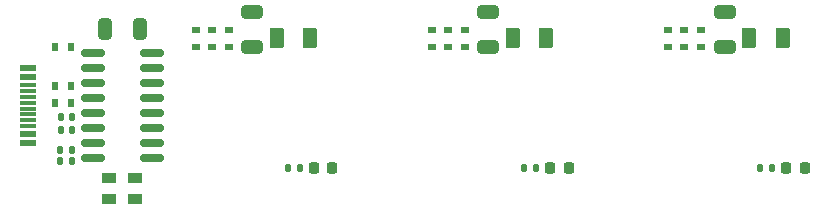
<source format=gbr>
%TF.GenerationSoftware,KiCad,Pcbnew,6.0.7+dfsg-1~bpo11+1*%
%TF.CreationDate,2022-10-14T07:47:58+00:00*%
%TF.ProjectId,0104-USB-HUB,30313034-2d55-4534-922d-4855422e6b69,V1.0*%
%TF.SameCoordinates,Original*%
%TF.FileFunction,Paste,Top*%
%TF.FilePolarity,Positive*%
%FSLAX46Y46*%
G04 Gerber Fmt 4.6, Leading zero omitted, Abs format (unit mm)*
G04 Created by KiCad (PCBNEW 6.0.7+dfsg-1~bpo11+1) date 2022-10-14 07:47:58*
%MOMM*%
%LPD*%
G01*
G04 APERTURE LIST*
G04 Aperture macros list*
%AMRoundRect*
0 Rectangle with rounded corners*
0 $1 Rounding radius*
0 $2 $3 $4 $5 $6 $7 $8 $9 X,Y pos of 4 corners*
0 Add a 4 corners polygon primitive as box body*
4,1,4,$2,$3,$4,$5,$6,$7,$8,$9,$2,$3,0*
0 Add four circle primitives for the rounded corners*
1,1,$1+$1,$2,$3*
1,1,$1+$1,$4,$5*
1,1,$1+$1,$6,$7*
1,1,$1+$1,$8,$9*
0 Add four rect primitives between the rounded corners*
20,1,$1+$1,$2,$3,$4,$5,0*
20,1,$1+$1,$4,$5,$6,$7,0*
20,1,$1+$1,$6,$7,$8,$9,0*
20,1,$1+$1,$8,$9,$2,$3,0*%
G04 Aperture macros list end*
%ADD10RoundRect,0.218750X0.218750X0.256250X-0.218750X0.256250X-0.218750X-0.256250X0.218750X-0.256250X0*%
%ADD11R,0.700000X0.600000*%
%ADD12RoundRect,0.250000X0.375000X0.625000X-0.375000X0.625000X-0.375000X-0.625000X0.375000X-0.625000X0*%
%ADD13RoundRect,0.135000X-0.135000X-0.185000X0.135000X-0.185000X0.135000X0.185000X-0.135000X0.185000X0*%
%ADD14R,0.600000X0.700000*%
%ADD15RoundRect,0.250000X-0.325000X-0.650000X0.325000X-0.650000X0.325000X0.650000X-0.325000X0.650000X0*%
%ADD16RoundRect,0.150000X0.850000X0.150000X-0.850000X0.150000X-0.850000X-0.150000X0.850000X-0.150000X0*%
%ADD17RoundRect,0.250000X0.650000X-0.325000X0.650000X0.325000X-0.650000X0.325000X-0.650000X-0.325000X0*%
%ADD18RoundRect,0.250000X-0.375000X-0.625000X0.375000X-0.625000X0.375000X0.625000X-0.375000X0.625000X0*%
%ADD19RoundRect,0.140000X0.140000X0.170000X-0.140000X0.170000X-0.140000X-0.170000X0.140000X-0.170000X0*%
%ADD20R,1.450000X0.600000*%
%ADD21R,1.450000X0.300000*%
%ADD22R,1.200000X0.900000*%
G04 APERTURE END LIST*
D10*
%TO.C,D6*%
X73587500Y12250000D03*
X72012500Y12250000D03*
%TD*%
D11*
%TO.C,D11*%
X42000000Y23900000D03*
X42000000Y22500000D03*
%TD*%
D12*
%TO.C,F3*%
X71700000Y23200000D03*
X68900000Y23200000D03*
%TD*%
D13*
%TO.C,R5*%
X69790000Y12250000D03*
X70810000Y12250000D03*
%TD*%
D14*
%TO.C,D3*%
X11500000Y17750000D03*
X10100000Y17750000D03*
%TD*%
D15*
%TO.C,C1*%
X14325000Y24000000D03*
X17275000Y24000000D03*
%TD*%
D16*
%TO.C,U1*%
X18300000Y13055000D03*
X18300000Y14325000D03*
X18300000Y15595000D03*
X18300000Y16865000D03*
X18300000Y18135000D03*
X18300000Y19405000D03*
X18300000Y20675000D03*
X18300000Y21945000D03*
X13300000Y21945000D03*
X13300000Y20675000D03*
X13300000Y19405000D03*
X13300000Y18135000D03*
X13300000Y16865000D03*
X13300000Y15595000D03*
X13300000Y14325000D03*
X13300000Y13055000D03*
%TD*%
D13*
%TO.C,R3*%
X29790000Y12250000D03*
X30810000Y12250000D03*
%TD*%
%TO.C,R4*%
X49790000Y12250000D03*
X50810000Y12250000D03*
%TD*%
D10*
%TO.C,D5*%
X53587500Y12250000D03*
X52012500Y12250000D03*
%TD*%
D17*
%TO.C,C6*%
X66800000Y22500000D03*
X66800000Y25450000D03*
%TD*%
D18*
%TO.C,F1*%
X28900000Y23200000D03*
X31700000Y23200000D03*
%TD*%
D14*
%TO.C,D2*%
X11500000Y19150000D03*
X10100000Y19150000D03*
%TD*%
D19*
%TO.C,C2*%
X11530000Y16550000D03*
X10570000Y16550000D03*
%TD*%
D12*
%TO.C,F2*%
X51700000Y23200000D03*
X48900000Y23200000D03*
%TD*%
D13*
%TO.C,R1*%
X10540000Y13750000D03*
X11560000Y13750000D03*
%TD*%
D11*
%TO.C,D13*%
X64800000Y23900000D03*
X64800000Y22500000D03*
%TD*%
D13*
%TO.C,R2*%
X10540000Y12800000D03*
X11560000Y12800000D03*
%TD*%
D19*
%TO.C,C3*%
X11530000Y15400000D03*
X10570000Y15400000D03*
%TD*%
D11*
%TO.C,D12*%
X43400000Y23900000D03*
X43400000Y22500000D03*
%TD*%
D14*
%TO.C,D1*%
X11500000Y22500000D03*
X10100000Y22500000D03*
%TD*%
D11*
%TO.C,D14*%
X62000000Y23900000D03*
X62000000Y22500000D03*
%TD*%
D10*
%TO.C,D4*%
X33587500Y12250000D03*
X32012500Y12250000D03*
%TD*%
D20*
%TO.C,J1*%
X7845000Y20700000D03*
X7845000Y19900000D03*
D21*
X7845000Y18750000D03*
X7845000Y17750000D03*
X7845000Y17250000D03*
X7845000Y16250000D03*
D20*
X7845000Y15100000D03*
X7845000Y14300000D03*
X7845000Y14300000D03*
X7845000Y15100000D03*
D21*
X7845000Y15750000D03*
X7845000Y16750000D03*
X7845000Y18250000D03*
X7845000Y19250000D03*
D20*
X7845000Y19900000D03*
X7845000Y20700000D03*
%TD*%
D11*
%TO.C,D15*%
X63400000Y23900000D03*
X63400000Y22500000D03*
%TD*%
%TO.C,D7*%
X24800000Y23900000D03*
X24800000Y22500000D03*
%TD*%
D17*
%TO.C,C5*%
X46800000Y22500000D03*
X46800000Y25450000D03*
%TD*%
%TO.C,C4*%
X26800000Y22500000D03*
X26800000Y25450000D03*
%TD*%
D22*
%TO.C,Y1*%
X14700000Y9620000D03*
X16900000Y9620000D03*
X16900000Y11380000D03*
X14700000Y11380000D03*
%TD*%
D11*
%TO.C,D9*%
X23400000Y23900000D03*
X23400000Y22500000D03*
%TD*%
%TO.C,D10*%
X44800000Y23900000D03*
X44800000Y22500000D03*
%TD*%
%TO.C,D8*%
X22000000Y23900000D03*
X22000000Y22500000D03*
%TD*%
M02*

</source>
